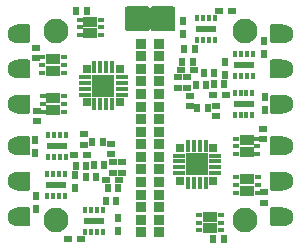
<source format=gts>
G04 #@! TF.GenerationSoftware,KiCad,Pcbnew,(2018-02-05 revision d1a45d147)-makepkg*
G04 #@! TF.CreationDate,2018-03-20T19:43:10-04:00*
G04 #@! TF.ProjectId,6s4in1,367334696E312E6B696361645F706362,rev?*
G04 #@! TF.SameCoordinates,Original*
G04 #@! TF.FileFunction,Soldermask,Top*
G04 #@! TF.FilePolarity,Negative*
%FSLAX46Y46*%
G04 Gerber Fmt 4.6, Leading zero omitted, Abs format (unit mm)*
G04 Created by KiCad (PCBNEW (2018-02-05 revision d1a45d147)-makepkg) date 03/20/18 19:43:10*
%MOMM*%
%LPD*%
G01*
G04 APERTURE LIST*
%ADD10C,0.100000*%
%ADD11C,1.201600*%
%ADD12C,1.601600*%
%ADD13C,0.601600*%
%ADD14R,0.501600X0.701600*%
%ADD15C,2.101600*%
%ADD16R,0.901600X0.851600*%
%ADD17R,0.701600X0.701600*%
%ADD18R,0.401600X1.001600*%
%ADD19R,1.901600X1.901600*%
%ADD20R,1.001600X0.401600*%
%ADD21R,0.571600X0.451600*%
%ADD22R,1.151600X0.871600*%
%ADD23R,0.701600X0.601600*%
%ADD24R,0.601600X0.701600*%
%ADD25R,0.701600X0.501600*%
%ADD26R,0.351600X0.601600*%
%ADD27R,1.701600X0.581600*%
G04 APERTURE END LIST*
D10*
G36*
X19688227Y-33950068D02*
X19705723Y-33952663D01*
X19722881Y-33956961D01*
X19739535Y-33962920D01*
X19755525Y-33970483D01*
X19770696Y-33979576D01*
X19784903Y-33990113D01*
X19798009Y-34001991D01*
X19809887Y-34015097D01*
X19820424Y-34029304D01*
X19829517Y-34044475D01*
X19837080Y-34060465D01*
X19843039Y-34077119D01*
X19847337Y-34094277D01*
X19849932Y-34111773D01*
X19850800Y-34129440D01*
X19850800Y-35370560D01*
X19849932Y-35388227D01*
X19847337Y-35405723D01*
X19843039Y-35422881D01*
X19837080Y-35439535D01*
X19829517Y-35455525D01*
X19820424Y-35470696D01*
X19809887Y-35484903D01*
X19798009Y-35498009D01*
X19784903Y-35509887D01*
X19770696Y-35520424D01*
X19755525Y-35529517D01*
X19739535Y-35537080D01*
X19722881Y-35543039D01*
X19705723Y-35547337D01*
X19688227Y-35549932D01*
X19670560Y-35550800D01*
X18829440Y-35550800D01*
X18811773Y-35549932D01*
X18794277Y-35547337D01*
X18777119Y-35543039D01*
X18760465Y-35537080D01*
X18744475Y-35529517D01*
X18729304Y-35520424D01*
X18715097Y-35509887D01*
X18701991Y-35498009D01*
X18690113Y-35484903D01*
X18679576Y-35470696D01*
X18670483Y-35455525D01*
X18662920Y-35439535D01*
X18656961Y-35422881D01*
X18652663Y-35405723D01*
X18650068Y-35388227D01*
X18649200Y-35370560D01*
X18649200Y-34129440D01*
X18650068Y-34111773D01*
X18652663Y-34094277D01*
X18656961Y-34077119D01*
X18662920Y-34060465D01*
X18670483Y-34044475D01*
X18679576Y-34029304D01*
X18690113Y-34015097D01*
X18701991Y-34001991D01*
X18715097Y-33990113D01*
X18729304Y-33979576D01*
X18744475Y-33970483D01*
X18760465Y-33962920D01*
X18777119Y-33956961D01*
X18794277Y-33952663D01*
X18811773Y-33950068D01*
X18829440Y-33949200D01*
X19670560Y-33949200D01*
X19688227Y-33950068D01*
X19688227Y-33950068D01*
G37*
D11*
X19250000Y-34750000D03*
D12*
X18700000Y-34750000D03*
D13*
X19550000Y-34250000D03*
X19550000Y-35250000D03*
D10*
G36*
X19688227Y-36950068D02*
X19705723Y-36952663D01*
X19722881Y-36956961D01*
X19739535Y-36962920D01*
X19755525Y-36970483D01*
X19770696Y-36979576D01*
X19784903Y-36990113D01*
X19798009Y-37001991D01*
X19809887Y-37015097D01*
X19820424Y-37029304D01*
X19829517Y-37044475D01*
X19837080Y-37060465D01*
X19843039Y-37077119D01*
X19847337Y-37094277D01*
X19849932Y-37111773D01*
X19850800Y-37129440D01*
X19850800Y-38370560D01*
X19849932Y-38388227D01*
X19847337Y-38405723D01*
X19843039Y-38422881D01*
X19837080Y-38439535D01*
X19829517Y-38455525D01*
X19820424Y-38470696D01*
X19809887Y-38484903D01*
X19798009Y-38498009D01*
X19784903Y-38509887D01*
X19770696Y-38520424D01*
X19755525Y-38529517D01*
X19739535Y-38537080D01*
X19722881Y-38543039D01*
X19705723Y-38547337D01*
X19688227Y-38549932D01*
X19670560Y-38550800D01*
X18829440Y-38550800D01*
X18811773Y-38549932D01*
X18794277Y-38547337D01*
X18777119Y-38543039D01*
X18760465Y-38537080D01*
X18744475Y-38529517D01*
X18729304Y-38520424D01*
X18715097Y-38509887D01*
X18701991Y-38498009D01*
X18690113Y-38484903D01*
X18679576Y-38470696D01*
X18670483Y-38455525D01*
X18662920Y-38439535D01*
X18656961Y-38422881D01*
X18652663Y-38405723D01*
X18650068Y-38388227D01*
X18649200Y-38370560D01*
X18649200Y-37129440D01*
X18650068Y-37111773D01*
X18652663Y-37094277D01*
X18656961Y-37077119D01*
X18662920Y-37060465D01*
X18670483Y-37044475D01*
X18679576Y-37029304D01*
X18690113Y-37015097D01*
X18701991Y-37001991D01*
X18715097Y-36990113D01*
X18729304Y-36979576D01*
X18744475Y-36970483D01*
X18760465Y-36962920D01*
X18777119Y-36956961D01*
X18794277Y-36952663D01*
X18811773Y-36950068D01*
X18829440Y-36949200D01*
X19670560Y-36949200D01*
X19688227Y-36950068D01*
X19688227Y-36950068D01*
G37*
D11*
X19250000Y-37750000D03*
D12*
X18700000Y-37750000D03*
D13*
X19550000Y-37250000D03*
X19550000Y-38250000D03*
D10*
G36*
X19688227Y-21450068D02*
X19705723Y-21452663D01*
X19722881Y-21456961D01*
X19739535Y-21462920D01*
X19755525Y-21470483D01*
X19770696Y-21479576D01*
X19784903Y-21490113D01*
X19798009Y-21501991D01*
X19809887Y-21515097D01*
X19820424Y-21529304D01*
X19829517Y-21544475D01*
X19837080Y-21560465D01*
X19843039Y-21577119D01*
X19847337Y-21594277D01*
X19849932Y-21611773D01*
X19850800Y-21629440D01*
X19850800Y-22870560D01*
X19849932Y-22888227D01*
X19847337Y-22905723D01*
X19843039Y-22922881D01*
X19837080Y-22939535D01*
X19829517Y-22955525D01*
X19820424Y-22970696D01*
X19809887Y-22984903D01*
X19798009Y-22998009D01*
X19784903Y-23009887D01*
X19770696Y-23020424D01*
X19755525Y-23029517D01*
X19739535Y-23037080D01*
X19722881Y-23043039D01*
X19705723Y-23047337D01*
X19688227Y-23049932D01*
X19670560Y-23050800D01*
X18829440Y-23050800D01*
X18811773Y-23049932D01*
X18794277Y-23047337D01*
X18777119Y-23043039D01*
X18760465Y-23037080D01*
X18744475Y-23029517D01*
X18729304Y-23020424D01*
X18715097Y-23009887D01*
X18701991Y-22998009D01*
X18690113Y-22984903D01*
X18679576Y-22970696D01*
X18670483Y-22955525D01*
X18662920Y-22939535D01*
X18656961Y-22922881D01*
X18652663Y-22905723D01*
X18650068Y-22888227D01*
X18649200Y-22870560D01*
X18649200Y-21629440D01*
X18650068Y-21611773D01*
X18652663Y-21594277D01*
X18656961Y-21577119D01*
X18662920Y-21560465D01*
X18670483Y-21544475D01*
X18679576Y-21529304D01*
X18690113Y-21515097D01*
X18701991Y-21501991D01*
X18715097Y-21490113D01*
X18729304Y-21479576D01*
X18744475Y-21470483D01*
X18760465Y-21462920D01*
X18777119Y-21456961D01*
X18794277Y-21452663D01*
X18811773Y-21450068D01*
X18829440Y-21449200D01*
X19670560Y-21449200D01*
X19688227Y-21450068D01*
X19688227Y-21450068D01*
G37*
D11*
X19250000Y-22250000D03*
D12*
X18700000Y-22250000D03*
D13*
X19550000Y-22750000D03*
X19550000Y-21750000D03*
D14*
X23760000Y-20360000D03*
X24660000Y-20360000D03*
D10*
G36*
X31941239Y-19950212D02*
X31961640Y-19953238D01*
X31981646Y-19958249D01*
X32001065Y-19965197D01*
X32019709Y-19974015D01*
X32037399Y-19984618D01*
X32053964Y-19996904D01*
X32069246Y-20010754D01*
X32083096Y-20026036D01*
X32095382Y-20042601D01*
X32105985Y-20060291D01*
X32114803Y-20078935D01*
X32121751Y-20098354D01*
X32126762Y-20118360D01*
X32129788Y-20138761D01*
X32130800Y-20159360D01*
X32130800Y-21840640D01*
X32129788Y-21861239D01*
X32126762Y-21881640D01*
X32121751Y-21901646D01*
X32114803Y-21921065D01*
X32105985Y-21939709D01*
X32095382Y-21957399D01*
X32083096Y-21973964D01*
X32069246Y-21989246D01*
X32053964Y-22003096D01*
X32037399Y-22015382D01*
X32019709Y-22025985D01*
X32001065Y-22034803D01*
X31981646Y-22041751D01*
X31961640Y-22046762D01*
X31941239Y-22049788D01*
X31920640Y-22050800D01*
X30239360Y-22050800D01*
X30218761Y-22049788D01*
X30198360Y-22046762D01*
X30178354Y-22041751D01*
X30158935Y-22034803D01*
X30140291Y-22025985D01*
X30122601Y-22015382D01*
X30106036Y-22003096D01*
X30090754Y-21989246D01*
X30076904Y-21973964D01*
X30064618Y-21957399D01*
X30054015Y-21939709D01*
X30045197Y-21921065D01*
X30038249Y-21901646D01*
X30033238Y-21881640D01*
X30030212Y-21861239D01*
X30029200Y-21840640D01*
X30029200Y-20159360D01*
X30030212Y-20138761D01*
X30033238Y-20118360D01*
X30038249Y-20098354D01*
X30045197Y-20078935D01*
X30054015Y-20060291D01*
X30064618Y-20042601D01*
X30076904Y-20026036D01*
X30090754Y-20010754D01*
X30106036Y-19996904D01*
X30122601Y-19984618D01*
X30140291Y-19974015D01*
X30158935Y-19965197D01*
X30178354Y-19958249D01*
X30198360Y-19953238D01*
X30218761Y-19950212D01*
X30239360Y-19949200D01*
X31920640Y-19949200D01*
X31941239Y-19950212D01*
X31941239Y-19950212D01*
G37*
D15*
X31080000Y-21000000D03*
D10*
G36*
X29781239Y-19950212D02*
X29801640Y-19953238D01*
X29821646Y-19958249D01*
X29841065Y-19965197D01*
X29859709Y-19974015D01*
X29877399Y-19984618D01*
X29893964Y-19996904D01*
X29909246Y-20010754D01*
X29923096Y-20026036D01*
X29935382Y-20042601D01*
X29945985Y-20060291D01*
X29954803Y-20078935D01*
X29961751Y-20098354D01*
X29966762Y-20118360D01*
X29969788Y-20138761D01*
X29970800Y-20159360D01*
X29970800Y-21840640D01*
X29969788Y-21861239D01*
X29966762Y-21881640D01*
X29961751Y-21901646D01*
X29954803Y-21921065D01*
X29945985Y-21939709D01*
X29935382Y-21957399D01*
X29923096Y-21973964D01*
X29909246Y-21989246D01*
X29893964Y-22003096D01*
X29877399Y-22015382D01*
X29859709Y-22025985D01*
X29841065Y-22034803D01*
X29821646Y-22041751D01*
X29801640Y-22046762D01*
X29781239Y-22049788D01*
X29760640Y-22050800D01*
X28079360Y-22050800D01*
X28058761Y-22049788D01*
X28038360Y-22046762D01*
X28018354Y-22041751D01*
X27998935Y-22034803D01*
X27980291Y-22025985D01*
X27962601Y-22015382D01*
X27946036Y-22003096D01*
X27930754Y-21989246D01*
X27916904Y-21973964D01*
X27904618Y-21957399D01*
X27894015Y-21939709D01*
X27885197Y-21921065D01*
X27878249Y-21901646D01*
X27873238Y-21881640D01*
X27870212Y-21861239D01*
X27869200Y-21840640D01*
X27869200Y-20159360D01*
X27870212Y-20138761D01*
X27873238Y-20118360D01*
X27878249Y-20098354D01*
X27885197Y-20078935D01*
X27894015Y-20060291D01*
X27904618Y-20042601D01*
X27916904Y-20026036D01*
X27930754Y-20010754D01*
X27946036Y-19996904D01*
X27962601Y-19984618D01*
X27980291Y-19974015D01*
X27998935Y-19965197D01*
X28018354Y-19958249D01*
X28038360Y-19953238D01*
X28058761Y-19950212D01*
X28079360Y-19949200D01*
X29760640Y-19949200D01*
X29781239Y-19950212D01*
X29781239Y-19950212D01*
G37*
D15*
X28920000Y-21000000D03*
D16*
X29250000Y-29490000D03*
X30750000Y-29490000D03*
D17*
X32560000Y-34730000D03*
D18*
X33210000Y-34880000D03*
D19*
X33960000Y-33330000D03*
D20*
X32410000Y-34080000D03*
X32410000Y-33580000D03*
X32410000Y-33080000D03*
X32410000Y-32580000D03*
X35510000Y-34080000D03*
X35510000Y-33580000D03*
X35510000Y-33080000D03*
X35510000Y-32580000D03*
D18*
X33210000Y-31780000D03*
X33710000Y-34880000D03*
X33710000Y-31780000D03*
X34210000Y-34880000D03*
X34210000Y-31780000D03*
X34710000Y-34880000D03*
X34710000Y-31780000D03*
D17*
X32560000Y-31930000D03*
X35360000Y-34730000D03*
X35360000Y-31930000D03*
D21*
X35975000Y-37610000D03*
X35975000Y-38260000D03*
X35975000Y-38910000D03*
X34145000Y-37610000D03*
X34145000Y-38260000D03*
X34145000Y-38910000D03*
D22*
X35060000Y-37775000D03*
X35060000Y-38745000D03*
D21*
X39135000Y-34430000D03*
X39135000Y-35080000D03*
X39135000Y-35730000D03*
X37305000Y-34430000D03*
X37305000Y-35080000D03*
X37305000Y-35730000D03*
D22*
X38220000Y-34595000D03*
X38220000Y-35565000D03*
D21*
X39095000Y-31140000D03*
X39095000Y-31790000D03*
X39095000Y-32440000D03*
X37265000Y-31140000D03*
X37265000Y-31790000D03*
X37265000Y-32440000D03*
D22*
X38180000Y-31305000D03*
X38180000Y-32275000D03*
D21*
X24025000Y-22390000D03*
X24025000Y-21740000D03*
X24025000Y-21090000D03*
X25855000Y-22390000D03*
X25855000Y-21740000D03*
X25855000Y-21090000D03*
D22*
X24940000Y-22225000D03*
X24940000Y-21255000D03*
D21*
X20865000Y-25570000D03*
X20865000Y-24920000D03*
X20865000Y-24270000D03*
X22695000Y-25570000D03*
X22695000Y-24920000D03*
X22695000Y-24270000D03*
D22*
X21780000Y-25405000D03*
X21780000Y-24435000D03*
D21*
X20905000Y-28860000D03*
X20905000Y-28210000D03*
X20905000Y-27560000D03*
X22735000Y-28860000D03*
X22735000Y-28210000D03*
X22735000Y-27560000D03*
D22*
X21820000Y-28695000D03*
X21820000Y-27725000D03*
D15*
X22000000Y-38000000D03*
X38000000Y-38000000D03*
X22000000Y-22000000D03*
D10*
G36*
X19688227Y-30950068D02*
X19705723Y-30952663D01*
X19722881Y-30956961D01*
X19739535Y-30962920D01*
X19755525Y-30970483D01*
X19770696Y-30979576D01*
X19784903Y-30990113D01*
X19798009Y-31001991D01*
X19809887Y-31015097D01*
X19820424Y-31029304D01*
X19829517Y-31044475D01*
X19837080Y-31060465D01*
X19843039Y-31077119D01*
X19847337Y-31094277D01*
X19849932Y-31111773D01*
X19850800Y-31129440D01*
X19850800Y-32370560D01*
X19849932Y-32388227D01*
X19847337Y-32405723D01*
X19843039Y-32422881D01*
X19837080Y-32439535D01*
X19829517Y-32455525D01*
X19820424Y-32470696D01*
X19809887Y-32484903D01*
X19798009Y-32498009D01*
X19784903Y-32509887D01*
X19770696Y-32520424D01*
X19755525Y-32529517D01*
X19739535Y-32537080D01*
X19722881Y-32543039D01*
X19705723Y-32547337D01*
X19688227Y-32549932D01*
X19670560Y-32550800D01*
X18829440Y-32550800D01*
X18811773Y-32549932D01*
X18794277Y-32547337D01*
X18777119Y-32543039D01*
X18760465Y-32537080D01*
X18744475Y-32529517D01*
X18729304Y-32520424D01*
X18715097Y-32509887D01*
X18701991Y-32498009D01*
X18690113Y-32484903D01*
X18679576Y-32470696D01*
X18670483Y-32455525D01*
X18662920Y-32439535D01*
X18656961Y-32422881D01*
X18652663Y-32405723D01*
X18650068Y-32388227D01*
X18649200Y-32370560D01*
X18649200Y-31129440D01*
X18650068Y-31111773D01*
X18652663Y-31094277D01*
X18656961Y-31077119D01*
X18662920Y-31060465D01*
X18670483Y-31044475D01*
X18679576Y-31029304D01*
X18690113Y-31015097D01*
X18701991Y-31001991D01*
X18715097Y-30990113D01*
X18729304Y-30979576D01*
X18744475Y-30970483D01*
X18760465Y-30962920D01*
X18777119Y-30956961D01*
X18794277Y-30952663D01*
X18811773Y-30950068D01*
X18829440Y-30949200D01*
X19670560Y-30949200D01*
X19688227Y-30950068D01*
X19688227Y-30950068D01*
G37*
D11*
X19250000Y-31750000D03*
D12*
X18700000Y-31750000D03*
D13*
X19550000Y-31250000D03*
X19550000Y-32250000D03*
D10*
G36*
X41188227Y-36950068D02*
X41205723Y-36952663D01*
X41222881Y-36956961D01*
X41239535Y-36962920D01*
X41255525Y-36970483D01*
X41270696Y-36979576D01*
X41284903Y-36990113D01*
X41298009Y-37001991D01*
X41309887Y-37015097D01*
X41320424Y-37029304D01*
X41329517Y-37044475D01*
X41337080Y-37060465D01*
X41343039Y-37077119D01*
X41347337Y-37094277D01*
X41349932Y-37111773D01*
X41350800Y-37129440D01*
X41350800Y-38370560D01*
X41349932Y-38388227D01*
X41347337Y-38405723D01*
X41343039Y-38422881D01*
X41337080Y-38439535D01*
X41329517Y-38455525D01*
X41320424Y-38470696D01*
X41309887Y-38484903D01*
X41298009Y-38498009D01*
X41284903Y-38509887D01*
X41270696Y-38520424D01*
X41255525Y-38529517D01*
X41239535Y-38537080D01*
X41222881Y-38543039D01*
X41205723Y-38547337D01*
X41188227Y-38549932D01*
X41170560Y-38550800D01*
X40329440Y-38550800D01*
X40311773Y-38549932D01*
X40294277Y-38547337D01*
X40277119Y-38543039D01*
X40260465Y-38537080D01*
X40244475Y-38529517D01*
X40229304Y-38520424D01*
X40215097Y-38509887D01*
X40201991Y-38498009D01*
X40190113Y-38484903D01*
X40179576Y-38470696D01*
X40170483Y-38455525D01*
X40162920Y-38439535D01*
X40156961Y-38422881D01*
X40152663Y-38405723D01*
X40150068Y-38388227D01*
X40149200Y-38370560D01*
X40149200Y-37129440D01*
X40150068Y-37111773D01*
X40152663Y-37094277D01*
X40156961Y-37077119D01*
X40162920Y-37060465D01*
X40170483Y-37044475D01*
X40179576Y-37029304D01*
X40190113Y-37015097D01*
X40201991Y-37001991D01*
X40215097Y-36990113D01*
X40229304Y-36979576D01*
X40244475Y-36970483D01*
X40260465Y-36962920D01*
X40277119Y-36956961D01*
X40294277Y-36952663D01*
X40311773Y-36950068D01*
X40329440Y-36949200D01*
X41170560Y-36949200D01*
X41188227Y-36950068D01*
X41188227Y-36950068D01*
G37*
D11*
X40750000Y-37750000D03*
D12*
X41300000Y-37750000D03*
D13*
X40450000Y-37250000D03*
X40450000Y-38250000D03*
D10*
G36*
X41188227Y-33950068D02*
X41205723Y-33952663D01*
X41222881Y-33956961D01*
X41239535Y-33962920D01*
X41255525Y-33970483D01*
X41270696Y-33979576D01*
X41284903Y-33990113D01*
X41298009Y-34001991D01*
X41309887Y-34015097D01*
X41320424Y-34029304D01*
X41329517Y-34044475D01*
X41337080Y-34060465D01*
X41343039Y-34077119D01*
X41347337Y-34094277D01*
X41349932Y-34111773D01*
X41350800Y-34129440D01*
X41350800Y-35370560D01*
X41349932Y-35388227D01*
X41347337Y-35405723D01*
X41343039Y-35422881D01*
X41337080Y-35439535D01*
X41329517Y-35455525D01*
X41320424Y-35470696D01*
X41309887Y-35484903D01*
X41298009Y-35498009D01*
X41284903Y-35509887D01*
X41270696Y-35520424D01*
X41255525Y-35529517D01*
X41239535Y-35537080D01*
X41222881Y-35543039D01*
X41205723Y-35547337D01*
X41188227Y-35549932D01*
X41170560Y-35550800D01*
X40329440Y-35550800D01*
X40311773Y-35549932D01*
X40294277Y-35547337D01*
X40277119Y-35543039D01*
X40260465Y-35537080D01*
X40244475Y-35529517D01*
X40229304Y-35520424D01*
X40215097Y-35509887D01*
X40201991Y-35498009D01*
X40190113Y-35484903D01*
X40179576Y-35470696D01*
X40170483Y-35455525D01*
X40162920Y-35439535D01*
X40156961Y-35422881D01*
X40152663Y-35405723D01*
X40150068Y-35388227D01*
X40149200Y-35370560D01*
X40149200Y-34129440D01*
X40150068Y-34111773D01*
X40152663Y-34094277D01*
X40156961Y-34077119D01*
X40162920Y-34060465D01*
X40170483Y-34044475D01*
X40179576Y-34029304D01*
X40190113Y-34015097D01*
X40201991Y-34001991D01*
X40215097Y-33990113D01*
X40229304Y-33979576D01*
X40244475Y-33970483D01*
X40260465Y-33962920D01*
X40277119Y-33956961D01*
X40294277Y-33952663D01*
X40311773Y-33950068D01*
X40329440Y-33949200D01*
X41170560Y-33949200D01*
X41188227Y-33950068D01*
X41188227Y-33950068D01*
G37*
D11*
X40750000Y-34750000D03*
D12*
X41300000Y-34750000D03*
D13*
X40450000Y-34250000D03*
X40450000Y-35250000D03*
D10*
G36*
X41188227Y-30950068D02*
X41205723Y-30952663D01*
X41222881Y-30956961D01*
X41239535Y-30962920D01*
X41255525Y-30970483D01*
X41270696Y-30979576D01*
X41284903Y-30990113D01*
X41298009Y-31001991D01*
X41309887Y-31015097D01*
X41320424Y-31029304D01*
X41329517Y-31044475D01*
X41337080Y-31060465D01*
X41343039Y-31077119D01*
X41347337Y-31094277D01*
X41349932Y-31111773D01*
X41350800Y-31129440D01*
X41350800Y-32370560D01*
X41349932Y-32388227D01*
X41347337Y-32405723D01*
X41343039Y-32422881D01*
X41337080Y-32439535D01*
X41329517Y-32455525D01*
X41320424Y-32470696D01*
X41309887Y-32484903D01*
X41298009Y-32498009D01*
X41284903Y-32509887D01*
X41270696Y-32520424D01*
X41255525Y-32529517D01*
X41239535Y-32537080D01*
X41222881Y-32543039D01*
X41205723Y-32547337D01*
X41188227Y-32549932D01*
X41170560Y-32550800D01*
X40329440Y-32550800D01*
X40311773Y-32549932D01*
X40294277Y-32547337D01*
X40277119Y-32543039D01*
X40260465Y-32537080D01*
X40244475Y-32529517D01*
X40229304Y-32520424D01*
X40215097Y-32509887D01*
X40201991Y-32498009D01*
X40190113Y-32484903D01*
X40179576Y-32470696D01*
X40170483Y-32455525D01*
X40162920Y-32439535D01*
X40156961Y-32422881D01*
X40152663Y-32405723D01*
X40150068Y-32388227D01*
X40149200Y-32370560D01*
X40149200Y-31129440D01*
X40150068Y-31111773D01*
X40152663Y-31094277D01*
X40156961Y-31077119D01*
X40162920Y-31060465D01*
X40170483Y-31044475D01*
X40179576Y-31029304D01*
X40190113Y-31015097D01*
X40201991Y-31001991D01*
X40215097Y-30990113D01*
X40229304Y-30979576D01*
X40244475Y-30970483D01*
X40260465Y-30962920D01*
X40277119Y-30956961D01*
X40294277Y-30952663D01*
X40311773Y-30950068D01*
X40329440Y-30949200D01*
X41170560Y-30949200D01*
X41188227Y-30950068D01*
X41188227Y-30950068D01*
G37*
D11*
X40750000Y-31750000D03*
D12*
X41300000Y-31750000D03*
D13*
X40450000Y-31250000D03*
X40450000Y-32250000D03*
D10*
G36*
X19688227Y-24450068D02*
X19705723Y-24452663D01*
X19722881Y-24456961D01*
X19739535Y-24462920D01*
X19755525Y-24470483D01*
X19770696Y-24479576D01*
X19784903Y-24490113D01*
X19798009Y-24501991D01*
X19809887Y-24515097D01*
X19820424Y-24529304D01*
X19829517Y-24544475D01*
X19837080Y-24560465D01*
X19843039Y-24577119D01*
X19847337Y-24594277D01*
X19849932Y-24611773D01*
X19850800Y-24629440D01*
X19850800Y-25870560D01*
X19849932Y-25888227D01*
X19847337Y-25905723D01*
X19843039Y-25922881D01*
X19837080Y-25939535D01*
X19829517Y-25955525D01*
X19820424Y-25970696D01*
X19809887Y-25984903D01*
X19798009Y-25998009D01*
X19784903Y-26009887D01*
X19770696Y-26020424D01*
X19755525Y-26029517D01*
X19739535Y-26037080D01*
X19722881Y-26043039D01*
X19705723Y-26047337D01*
X19688227Y-26049932D01*
X19670560Y-26050800D01*
X18829440Y-26050800D01*
X18811773Y-26049932D01*
X18794277Y-26047337D01*
X18777119Y-26043039D01*
X18760465Y-26037080D01*
X18744475Y-26029517D01*
X18729304Y-26020424D01*
X18715097Y-26009887D01*
X18701991Y-25998009D01*
X18690113Y-25984903D01*
X18679576Y-25970696D01*
X18670483Y-25955525D01*
X18662920Y-25939535D01*
X18656961Y-25922881D01*
X18652663Y-25905723D01*
X18650068Y-25888227D01*
X18649200Y-25870560D01*
X18649200Y-24629440D01*
X18650068Y-24611773D01*
X18652663Y-24594277D01*
X18656961Y-24577119D01*
X18662920Y-24560465D01*
X18670483Y-24544475D01*
X18679576Y-24529304D01*
X18690113Y-24515097D01*
X18701991Y-24501991D01*
X18715097Y-24490113D01*
X18729304Y-24479576D01*
X18744475Y-24470483D01*
X18760465Y-24462920D01*
X18777119Y-24456961D01*
X18794277Y-24452663D01*
X18811773Y-24450068D01*
X18829440Y-24449200D01*
X19670560Y-24449200D01*
X19688227Y-24450068D01*
X19688227Y-24450068D01*
G37*
D11*
X19250000Y-25250000D03*
D12*
X18700000Y-25250000D03*
D13*
X19550000Y-25750000D03*
X19550000Y-24750000D03*
D10*
G36*
X19688227Y-27450068D02*
X19705723Y-27452663D01*
X19722881Y-27456961D01*
X19739535Y-27462920D01*
X19755525Y-27470483D01*
X19770696Y-27479576D01*
X19784903Y-27490113D01*
X19798009Y-27501991D01*
X19809887Y-27515097D01*
X19820424Y-27529304D01*
X19829517Y-27544475D01*
X19837080Y-27560465D01*
X19843039Y-27577119D01*
X19847337Y-27594277D01*
X19849932Y-27611773D01*
X19850800Y-27629440D01*
X19850800Y-28870560D01*
X19849932Y-28888227D01*
X19847337Y-28905723D01*
X19843039Y-28922881D01*
X19837080Y-28939535D01*
X19829517Y-28955525D01*
X19820424Y-28970696D01*
X19809887Y-28984903D01*
X19798009Y-28998009D01*
X19784903Y-29009887D01*
X19770696Y-29020424D01*
X19755525Y-29029517D01*
X19739535Y-29037080D01*
X19722881Y-29043039D01*
X19705723Y-29047337D01*
X19688227Y-29049932D01*
X19670560Y-29050800D01*
X18829440Y-29050800D01*
X18811773Y-29049932D01*
X18794277Y-29047337D01*
X18777119Y-29043039D01*
X18760465Y-29037080D01*
X18744475Y-29029517D01*
X18729304Y-29020424D01*
X18715097Y-29009887D01*
X18701991Y-28998009D01*
X18690113Y-28984903D01*
X18679576Y-28970696D01*
X18670483Y-28955525D01*
X18662920Y-28939535D01*
X18656961Y-28922881D01*
X18652663Y-28905723D01*
X18650068Y-28888227D01*
X18649200Y-28870560D01*
X18649200Y-27629440D01*
X18650068Y-27611773D01*
X18652663Y-27594277D01*
X18656961Y-27577119D01*
X18662920Y-27560465D01*
X18670483Y-27544475D01*
X18679576Y-27529304D01*
X18690113Y-27515097D01*
X18701991Y-27501991D01*
X18715097Y-27490113D01*
X18729304Y-27479576D01*
X18744475Y-27470483D01*
X18760465Y-27462920D01*
X18777119Y-27456961D01*
X18794277Y-27452663D01*
X18811773Y-27450068D01*
X18829440Y-27449200D01*
X19670560Y-27449200D01*
X19688227Y-27450068D01*
X19688227Y-27450068D01*
G37*
D11*
X19250000Y-28250000D03*
D12*
X18700000Y-28250000D03*
D13*
X19550000Y-28750000D03*
X19550000Y-27750000D03*
D15*
X38000000Y-22000000D03*
D10*
G36*
X41188227Y-21450068D02*
X41205723Y-21452663D01*
X41222881Y-21456961D01*
X41239535Y-21462920D01*
X41255525Y-21470483D01*
X41270696Y-21479576D01*
X41284903Y-21490113D01*
X41298009Y-21501991D01*
X41309887Y-21515097D01*
X41320424Y-21529304D01*
X41329517Y-21544475D01*
X41337080Y-21560465D01*
X41343039Y-21577119D01*
X41347337Y-21594277D01*
X41349932Y-21611773D01*
X41350800Y-21629440D01*
X41350800Y-22870560D01*
X41349932Y-22888227D01*
X41347337Y-22905723D01*
X41343039Y-22922881D01*
X41337080Y-22939535D01*
X41329517Y-22955525D01*
X41320424Y-22970696D01*
X41309887Y-22984903D01*
X41298009Y-22998009D01*
X41284903Y-23009887D01*
X41270696Y-23020424D01*
X41255525Y-23029517D01*
X41239535Y-23037080D01*
X41222881Y-23043039D01*
X41205723Y-23047337D01*
X41188227Y-23049932D01*
X41170560Y-23050800D01*
X40329440Y-23050800D01*
X40311773Y-23049932D01*
X40294277Y-23047337D01*
X40277119Y-23043039D01*
X40260465Y-23037080D01*
X40244475Y-23029517D01*
X40229304Y-23020424D01*
X40215097Y-23009887D01*
X40201991Y-22998009D01*
X40190113Y-22984903D01*
X40179576Y-22970696D01*
X40170483Y-22955525D01*
X40162920Y-22939535D01*
X40156961Y-22922881D01*
X40152663Y-22905723D01*
X40150068Y-22888227D01*
X40149200Y-22870560D01*
X40149200Y-21629440D01*
X40150068Y-21611773D01*
X40152663Y-21594277D01*
X40156961Y-21577119D01*
X40162920Y-21560465D01*
X40170483Y-21544475D01*
X40179576Y-21529304D01*
X40190113Y-21515097D01*
X40201991Y-21501991D01*
X40215097Y-21490113D01*
X40229304Y-21479576D01*
X40244475Y-21470483D01*
X40260465Y-21462920D01*
X40277119Y-21456961D01*
X40294277Y-21452663D01*
X40311773Y-21450068D01*
X40329440Y-21449200D01*
X41170560Y-21449200D01*
X41188227Y-21450068D01*
X41188227Y-21450068D01*
G37*
D11*
X40750000Y-22250000D03*
D12*
X41300000Y-22250000D03*
D13*
X40450000Y-22750000D03*
X40450000Y-21750000D03*
D10*
G36*
X41188227Y-24450068D02*
X41205723Y-24452663D01*
X41222881Y-24456961D01*
X41239535Y-24462920D01*
X41255525Y-24470483D01*
X41270696Y-24479576D01*
X41284903Y-24490113D01*
X41298009Y-24501991D01*
X41309887Y-24515097D01*
X41320424Y-24529304D01*
X41329517Y-24544475D01*
X41337080Y-24560465D01*
X41343039Y-24577119D01*
X41347337Y-24594277D01*
X41349932Y-24611773D01*
X41350800Y-24629440D01*
X41350800Y-25870560D01*
X41349932Y-25888227D01*
X41347337Y-25905723D01*
X41343039Y-25922881D01*
X41337080Y-25939535D01*
X41329517Y-25955525D01*
X41320424Y-25970696D01*
X41309887Y-25984903D01*
X41298009Y-25998009D01*
X41284903Y-26009887D01*
X41270696Y-26020424D01*
X41255525Y-26029517D01*
X41239535Y-26037080D01*
X41222881Y-26043039D01*
X41205723Y-26047337D01*
X41188227Y-26049932D01*
X41170560Y-26050800D01*
X40329440Y-26050800D01*
X40311773Y-26049932D01*
X40294277Y-26047337D01*
X40277119Y-26043039D01*
X40260465Y-26037080D01*
X40244475Y-26029517D01*
X40229304Y-26020424D01*
X40215097Y-26009887D01*
X40201991Y-25998009D01*
X40190113Y-25984903D01*
X40179576Y-25970696D01*
X40170483Y-25955525D01*
X40162920Y-25939535D01*
X40156961Y-25922881D01*
X40152663Y-25905723D01*
X40150068Y-25888227D01*
X40149200Y-25870560D01*
X40149200Y-24629440D01*
X40150068Y-24611773D01*
X40152663Y-24594277D01*
X40156961Y-24577119D01*
X40162920Y-24560465D01*
X40170483Y-24544475D01*
X40179576Y-24529304D01*
X40190113Y-24515097D01*
X40201991Y-24501991D01*
X40215097Y-24490113D01*
X40229304Y-24479576D01*
X40244475Y-24470483D01*
X40260465Y-24462920D01*
X40277119Y-24456961D01*
X40294277Y-24452663D01*
X40311773Y-24450068D01*
X40329440Y-24449200D01*
X41170560Y-24449200D01*
X41188227Y-24450068D01*
X41188227Y-24450068D01*
G37*
D11*
X40750000Y-25250000D03*
D12*
X41300000Y-25250000D03*
D13*
X40450000Y-25750000D03*
X40450000Y-24750000D03*
D10*
G36*
X41188227Y-27450068D02*
X41205723Y-27452663D01*
X41222881Y-27456961D01*
X41239535Y-27462920D01*
X41255525Y-27470483D01*
X41270696Y-27479576D01*
X41284903Y-27490113D01*
X41298009Y-27501991D01*
X41309887Y-27515097D01*
X41320424Y-27529304D01*
X41329517Y-27544475D01*
X41337080Y-27560465D01*
X41343039Y-27577119D01*
X41347337Y-27594277D01*
X41349932Y-27611773D01*
X41350800Y-27629440D01*
X41350800Y-28870560D01*
X41349932Y-28888227D01*
X41347337Y-28905723D01*
X41343039Y-28922881D01*
X41337080Y-28939535D01*
X41329517Y-28955525D01*
X41320424Y-28970696D01*
X41309887Y-28984903D01*
X41298009Y-28998009D01*
X41284903Y-29009887D01*
X41270696Y-29020424D01*
X41255525Y-29029517D01*
X41239535Y-29037080D01*
X41222881Y-29043039D01*
X41205723Y-29047337D01*
X41188227Y-29049932D01*
X41170560Y-29050800D01*
X40329440Y-29050800D01*
X40311773Y-29049932D01*
X40294277Y-29047337D01*
X40277119Y-29043039D01*
X40260465Y-29037080D01*
X40244475Y-29029517D01*
X40229304Y-29020424D01*
X40215097Y-29009887D01*
X40201991Y-28998009D01*
X40190113Y-28984903D01*
X40179576Y-28970696D01*
X40170483Y-28955525D01*
X40162920Y-28939535D01*
X40156961Y-28922881D01*
X40152663Y-28905723D01*
X40150068Y-28888227D01*
X40149200Y-28870560D01*
X40149200Y-27629440D01*
X40150068Y-27611773D01*
X40152663Y-27594277D01*
X40156961Y-27577119D01*
X40162920Y-27560465D01*
X40170483Y-27544475D01*
X40179576Y-27529304D01*
X40190113Y-27515097D01*
X40201991Y-27501991D01*
X40215097Y-27490113D01*
X40229304Y-27479576D01*
X40244475Y-27470483D01*
X40260465Y-27462920D01*
X40277119Y-27456961D01*
X40294277Y-27452663D01*
X40311773Y-27450068D01*
X40329440Y-27449200D01*
X41170560Y-27449200D01*
X41188227Y-27450068D01*
X41188227Y-27450068D01*
G37*
D11*
X40750000Y-28250000D03*
D12*
X41300000Y-28250000D03*
D13*
X40450000Y-28750000D03*
X40450000Y-27750000D03*
D17*
X27440000Y-25270000D03*
D18*
X26790000Y-25120000D03*
D19*
X26040000Y-26670000D03*
D20*
X27590000Y-25920000D03*
X27590000Y-26420000D03*
X27590000Y-26920000D03*
X27590000Y-27420000D03*
X24490000Y-25920000D03*
X24490000Y-26420000D03*
X24490000Y-26920000D03*
X24490000Y-27420000D03*
D18*
X26790000Y-28220000D03*
X26290000Y-25120000D03*
X26290000Y-28220000D03*
X25790000Y-25120000D03*
X25790000Y-28220000D03*
X25290000Y-25120000D03*
X25290000Y-28220000D03*
D17*
X27440000Y-28070000D03*
X24640000Y-25270000D03*
X24640000Y-28070000D03*
D23*
X32600000Y-25360000D03*
X33700000Y-25360000D03*
D24*
X39720000Y-27660000D03*
X39720000Y-28760000D03*
D23*
X36400000Y-27440000D03*
X35300000Y-27440000D03*
D24*
X39670000Y-23970000D03*
X39670000Y-22870000D03*
X36360000Y-24670000D03*
X36360000Y-25770000D03*
D23*
X35810000Y-20330000D03*
X36910000Y-20330000D03*
D24*
X32820000Y-21170000D03*
X32820000Y-22270000D03*
D23*
X27400000Y-34640000D03*
X26300000Y-34640000D03*
D24*
X20280000Y-32340000D03*
X20280000Y-31240000D03*
D23*
X23600000Y-32560000D03*
X24700000Y-32560000D03*
D24*
X20330000Y-36030000D03*
X20330000Y-37130000D03*
X23640000Y-35330000D03*
X23640000Y-34230000D03*
D23*
X24190000Y-39670000D03*
X23090000Y-39670000D03*
D24*
X27320000Y-38960000D03*
X27320000Y-37860000D03*
D25*
X20410000Y-29680000D03*
X20410000Y-28780000D03*
X20370000Y-23440000D03*
X20370000Y-24340000D03*
D14*
X32700000Y-24650000D03*
X33600000Y-24650000D03*
D25*
X33350000Y-27510000D03*
X33350000Y-28410000D03*
D14*
X33875000Y-26625000D03*
X34775000Y-26625000D03*
D25*
X32380000Y-26870000D03*
X32380000Y-25970000D03*
X35570000Y-28350000D03*
X35570000Y-29250000D03*
D14*
X35390000Y-26530000D03*
X36290000Y-26530000D03*
X32870000Y-23530000D03*
X33770000Y-23530000D03*
D25*
X39590000Y-30320000D03*
X39590000Y-31220000D03*
X39630000Y-36560000D03*
X39630000Y-35660000D03*
D14*
X36240000Y-39640000D03*
X35340000Y-39640000D03*
X27300000Y-35350000D03*
X26400000Y-35350000D03*
D25*
X26650000Y-32490000D03*
X26650000Y-31590000D03*
D14*
X26125000Y-33375000D03*
X25225000Y-33375000D03*
D25*
X27620000Y-33130000D03*
X27620000Y-34030000D03*
X24430000Y-31650000D03*
X24430000Y-30750000D03*
D14*
X24610000Y-33470000D03*
X23710000Y-33470000D03*
X27130000Y-36470000D03*
X26230000Y-36470000D03*
D16*
X29250000Y-39070000D03*
X30750000Y-39070000D03*
X29250000Y-38010000D03*
X30750000Y-38010000D03*
X29250000Y-36940000D03*
X30750000Y-36940000D03*
X29250000Y-35880000D03*
X30750000Y-35880000D03*
X29250000Y-31610000D03*
X30750000Y-31610000D03*
X29250000Y-34820000D03*
X30750000Y-34820000D03*
X29250000Y-33760000D03*
X30750000Y-33760000D03*
X29250000Y-32680000D03*
X30750000Y-32680000D03*
X29250000Y-27360000D03*
X30750000Y-27360000D03*
X29250000Y-28430000D03*
X30750000Y-28430000D03*
X29250000Y-26300000D03*
X30750000Y-26300000D03*
X29250000Y-30550000D03*
X30750000Y-30550000D03*
D26*
X37160000Y-29160000D03*
X37160000Y-27260000D03*
X37660000Y-29160000D03*
X37660000Y-27260000D03*
X38160000Y-29160000D03*
X38160000Y-27260000D03*
X38660000Y-29160000D03*
X38660000Y-27260000D03*
D27*
X37910000Y-28210000D03*
D26*
X37200000Y-25870000D03*
X37200000Y-23970000D03*
X37700000Y-25870000D03*
X37700000Y-23970000D03*
X38200000Y-25870000D03*
X38200000Y-23970000D03*
X38700000Y-25870000D03*
X38700000Y-23970000D03*
D27*
X37950000Y-24920000D03*
D26*
X34010000Y-22820000D03*
X34010000Y-20920000D03*
X34510000Y-22820000D03*
X34510000Y-20920000D03*
X35010000Y-22820000D03*
X35010000Y-20920000D03*
X35510000Y-22820000D03*
X35510000Y-20920000D03*
D27*
X34760000Y-21870000D03*
D26*
X22840000Y-30840000D03*
X22840000Y-32740000D03*
X22340000Y-30840000D03*
X22340000Y-32740000D03*
X21840000Y-30840000D03*
X21840000Y-32740000D03*
X21340000Y-30840000D03*
X21340000Y-32740000D03*
D27*
X22090000Y-31790000D03*
D26*
X22800000Y-34130000D03*
X22800000Y-36030000D03*
X22300000Y-34130000D03*
X22300000Y-36030000D03*
X21800000Y-34130000D03*
X21800000Y-36030000D03*
X21300000Y-34130000D03*
X21300000Y-36030000D03*
D27*
X22050000Y-35080000D03*
D26*
X25990000Y-37180000D03*
X25990000Y-39080000D03*
X25490000Y-37180000D03*
X25490000Y-39080000D03*
X24990000Y-37180000D03*
X24990000Y-39080000D03*
X24490000Y-37180000D03*
X24490000Y-39080000D03*
D27*
X25240000Y-38130000D03*
D14*
X34910000Y-28540000D03*
X34010000Y-28540000D03*
X34546000Y-25581000D03*
X35446000Y-25581000D03*
D25*
X33140000Y-26870000D03*
X33140000Y-25970000D03*
D14*
X25090000Y-31460000D03*
X25990000Y-31460000D03*
X25454000Y-34419000D03*
X24554000Y-34419000D03*
D25*
X26860000Y-33130000D03*
X26860000Y-34030000D03*
D16*
X29250000Y-25240000D03*
X30750000Y-25240000D03*
X29250000Y-23100000D03*
X30750000Y-23100000D03*
X29250000Y-24170000D03*
X30750000Y-24170000D03*
M02*

</source>
